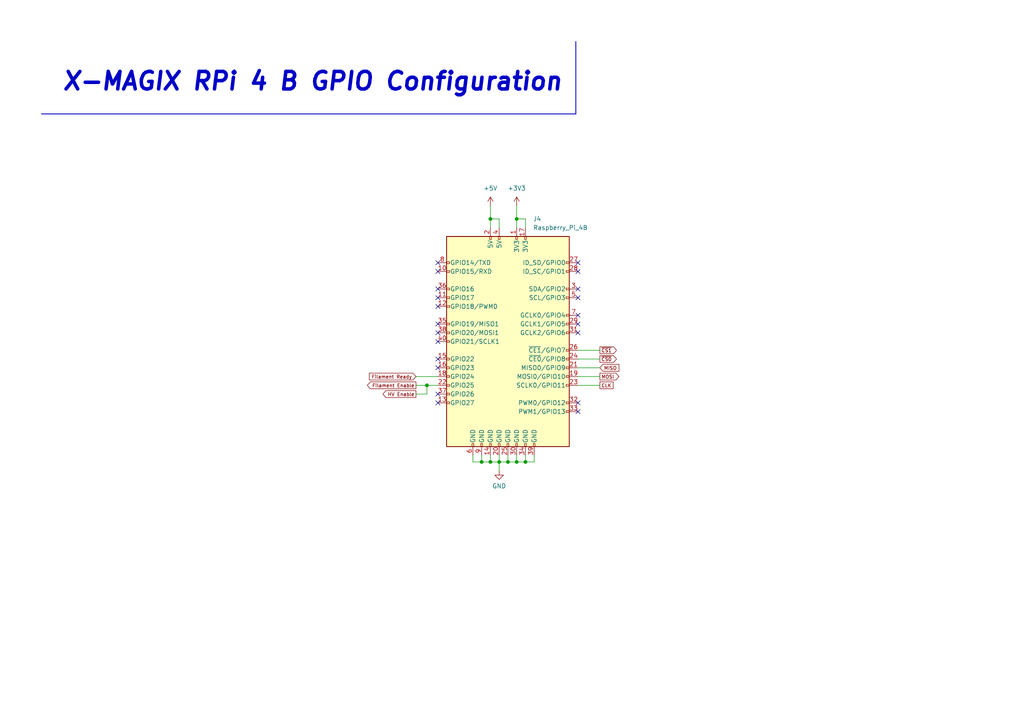
<source format=kicad_sch>
(kicad_sch (version 20230121) (generator eeschema)

  (uuid 46444e90-7476-4e96-accd-ae42bf549a63)

  (paper "A4")

  (title_block
    (title "X-MAGIX RPi 4 B GPIO Configuration")
    (date "2023-09-13")
    (rev "0")
    (company "RheinMain University of Applied Sciences")
    (comment 1 "by Dennis Hunter")
  )

  (lib_symbols
    (symbol "Connector:Raspberry_Pi_2_3" (pin_names (offset 1.016)) (in_bom yes) (on_board yes)
      (property "Reference" "J" (at -17.78 31.75 0)
        (effects (font (size 1.27 1.27)) (justify left bottom))
      )
      (property "Value" "Raspberry_Pi_2_3" (at 10.16 -31.75 0)
        (effects (font (size 1.27 1.27)) (justify left top))
      )
      (property "Footprint" "" (at 0 0 0)
        (effects (font (size 1.27 1.27)) hide)
      )
      (property "Datasheet" "https://www.raspberrypi.org/documentation/hardware/raspberrypi/schematics/rpi_SCH_3bplus_1p0_reduced.pdf" (at 0 0 0)
        (effects (font (size 1.27 1.27)) hide)
      )
      (property "ki_keywords" "raspberrypi gpio" (at 0 0 0)
        (effects (font (size 1.27 1.27)) hide)
      )
      (property "ki_description" "expansion header for Raspberry Pi 2 & 3" (at 0 0 0)
        (effects (font (size 1.27 1.27)) hide)
      )
      (property "ki_fp_filters" "PinHeader*2x20*P2.54mm*Vertical* PinSocket*2x20*P2.54mm*Vertical*" (at 0 0 0)
        (effects (font (size 1.27 1.27)) hide)
      )
      (symbol "Raspberry_Pi_2_3_0_1"
        (rectangle (start -17.78 30.48) (end 17.78 -30.48)
          (stroke (width 0.254) (type default))
          (fill (type background))
        )
      )
      (symbol "Raspberry_Pi_2_3_1_1"
        (rectangle (start -16.891 -17.526) (end -17.78 -18.034)
          (stroke (width 0) (type default))
          (fill (type none))
        )
        (rectangle (start -16.891 -14.986) (end -17.78 -15.494)
          (stroke (width 0) (type default))
          (fill (type none))
        )
        (rectangle (start -16.891 -12.446) (end -17.78 -12.954)
          (stroke (width 0) (type default))
          (fill (type none))
        )
        (rectangle (start -16.891 -9.906) (end -17.78 -10.414)
          (stroke (width 0) (type default))
          (fill (type none))
        )
        (rectangle (start -16.891 -7.366) (end -17.78 -7.874)
          (stroke (width 0) (type default))
          (fill (type none))
        )
        (rectangle (start -16.891 -4.826) (end -17.78 -5.334)
          (stroke (width 0) (type default))
          (fill (type none))
        )
        (rectangle (start -16.891 0.254) (end -17.78 -0.254)
          (stroke (width 0) (type default))
          (fill (type none))
        )
        (rectangle (start -16.891 2.794) (end -17.78 2.286)
          (stroke (width 0) (type default))
          (fill (type none))
        )
        (rectangle (start -16.891 5.334) (end -17.78 4.826)
          (stroke (width 0) (type default))
          (fill (type none))
        )
        (rectangle (start -16.891 10.414) (end -17.78 9.906)
          (stroke (width 0) (type default))
          (fill (type none))
        )
        (rectangle (start -16.891 12.954) (end -17.78 12.446)
          (stroke (width 0) (type default))
          (fill (type none))
        )
        (rectangle (start -16.891 15.494) (end -17.78 14.986)
          (stroke (width 0) (type default))
          (fill (type none))
        )
        (rectangle (start -16.891 20.574) (end -17.78 20.066)
          (stroke (width 0) (type default))
          (fill (type none))
        )
        (rectangle (start -16.891 23.114) (end -17.78 22.606)
          (stroke (width 0) (type default))
          (fill (type none))
        )
        (rectangle (start -10.414 -29.591) (end -9.906 -30.48)
          (stroke (width 0) (type default))
          (fill (type none))
        )
        (rectangle (start -7.874 -29.591) (end -7.366 -30.48)
          (stroke (width 0) (type default))
          (fill (type none))
        )
        (rectangle (start -5.334 -29.591) (end -4.826 -30.48)
          (stroke (width 0) (type default))
          (fill (type none))
        )
        (rectangle (start -5.334 30.48) (end -4.826 29.591)
          (stroke (width 0) (type default))
          (fill (type none))
        )
        (rectangle (start -2.794 -29.591) (end -2.286 -30.48)
          (stroke (width 0) (type default))
          (fill (type none))
        )
        (rectangle (start -2.794 30.48) (end -2.286 29.591)
          (stroke (width 0) (type default))
          (fill (type none))
        )
        (rectangle (start -0.254 -29.591) (end 0.254 -30.48)
          (stroke (width 0) (type default))
          (fill (type none))
        )
        (rectangle (start 2.286 -29.591) (end 2.794 -30.48)
          (stroke (width 0) (type default))
          (fill (type none))
        )
        (rectangle (start 2.286 30.48) (end 2.794 29.591)
          (stroke (width 0) (type default))
          (fill (type none))
        )
        (rectangle (start 4.826 -29.591) (end 5.334 -30.48)
          (stroke (width 0) (type default))
          (fill (type none))
        )
        (rectangle (start 4.826 30.48) (end 5.334 29.591)
          (stroke (width 0) (type default))
          (fill (type none))
        )
        (rectangle (start 7.366 -29.591) (end 7.874 -30.48)
          (stroke (width 0) (type default))
          (fill (type none))
        )
        (rectangle (start 17.78 -20.066) (end 16.891 -20.574)
          (stroke (width 0) (type default))
          (fill (type none))
        )
        (rectangle (start 17.78 -17.526) (end 16.891 -18.034)
          (stroke (width 0) (type default))
          (fill (type none))
        )
        (rectangle (start 17.78 -12.446) (end 16.891 -12.954)
          (stroke (width 0) (type default))
          (fill (type none))
        )
        (rectangle (start 17.78 -9.906) (end 16.891 -10.414)
          (stroke (width 0) (type default))
          (fill (type none))
        )
        (rectangle (start 17.78 -7.366) (end 16.891 -7.874)
          (stroke (width 0) (type default))
          (fill (type none))
        )
        (rectangle (start 17.78 -4.826) (end 16.891 -5.334)
          (stroke (width 0) (type default))
          (fill (type none))
        )
        (rectangle (start 17.78 -2.286) (end 16.891 -2.794)
          (stroke (width 0) (type default))
          (fill (type none))
        )
        (rectangle (start 17.78 2.794) (end 16.891 2.286)
          (stroke (width 0) (type default))
          (fill (type none))
        )
        (rectangle (start 17.78 5.334) (end 16.891 4.826)
          (stroke (width 0) (type default))
          (fill (type none))
        )
        (rectangle (start 17.78 7.874) (end 16.891 7.366)
          (stroke (width 0) (type default))
          (fill (type none))
        )
        (rectangle (start 17.78 12.954) (end 16.891 12.446)
          (stroke (width 0) (type default))
          (fill (type none))
        )
        (rectangle (start 17.78 15.494) (end 16.891 14.986)
          (stroke (width 0) (type default))
          (fill (type none))
        )
        (rectangle (start 17.78 20.574) (end 16.891 20.066)
          (stroke (width 0) (type default))
          (fill (type none))
        )
        (rectangle (start 17.78 23.114) (end 16.891 22.606)
          (stroke (width 0) (type default))
          (fill (type none))
        )
        (pin power_in line (at 2.54 33.02 270) (length 2.54)
          (name "3V3" (effects (font (size 1.27 1.27))))
          (number "1" (effects (font (size 1.27 1.27))))
        )
        (pin bidirectional line (at -20.32 20.32 0) (length 2.54)
          (name "GPIO15/RXD" (effects (font (size 1.27 1.27))))
          (number "10" (effects (font (size 1.27 1.27))))
        )
        (pin bidirectional line (at -20.32 12.7 0) (length 2.54)
          (name "GPIO17" (effects (font (size 1.27 1.27))))
          (number "11" (effects (font (size 1.27 1.27))))
        )
        (pin bidirectional line (at -20.32 10.16 0) (length 2.54)
          (name "GPIO18/PWM0" (effects (font (size 1.27 1.27))))
          (number "12" (effects (font (size 1.27 1.27))))
        )
        (pin bidirectional line (at -20.32 -17.78 0) (length 2.54)
          (name "GPIO27" (effects (font (size 1.27 1.27))))
          (number "13" (effects (font (size 1.27 1.27))))
        )
        (pin power_in line (at -5.08 -33.02 90) (length 2.54)
          (name "GND" (effects (font (size 1.27 1.27))))
          (number "14" (effects (font (size 1.27 1.27))))
        )
        (pin bidirectional line (at -20.32 -5.08 0) (length 2.54)
          (name "GPIO22" (effects (font (size 1.27 1.27))))
          (number "15" (effects (font (size 1.27 1.27))))
        )
        (pin bidirectional line (at -20.32 -7.62 0) (length 2.54)
          (name "GPIO23" (effects (font (size 1.27 1.27))))
          (number "16" (effects (font (size 1.27 1.27))))
        )
        (pin power_in line (at 5.08 33.02 270) (length 2.54)
          (name "3V3" (effects (font (size 1.27 1.27))))
          (number "17" (effects (font (size 1.27 1.27))))
        )
        (pin bidirectional line (at -20.32 -10.16 0) (length 2.54)
          (name "GPIO24" (effects (font (size 1.27 1.27))))
          (number "18" (effects (font (size 1.27 1.27))))
        )
        (pin bidirectional line (at 20.32 -10.16 180) (length 2.54)
          (name "MOSI0/GPIO10" (effects (font (size 1.27 1.27))))
          (number "19" (effects (font (size 1.27 1.27))))
        )
        (pin power_in line (at -5.08 33.02 270) (length 2.54)
          (name "5V" (effects (font (size 1.27 1.27))))
          (number "2" (effects (font (size 1.27 1.27))))
        )
        (pin power_in line (at -2.54 -33.02 90) (length 2.54)
          (name "GND" (effects (font (size 1.27 1.27))))
          (number "20" (effects (font (size 1.27 1.27))))
        )
        (pin bidirectional line (at 20.32 -7.62 180) (length 2.54)
          (name "MISO0/GPIO9" (effects (font (size 1.27 1.27))))
          (number "21" (effects (font (size 1.27 1.27))))
        )
        (pin bidirectional line (at -20.32 -12.7 0) (length 2.54)
          (name "GPIO25" (effects (font (size 1.27 1.27))))
          (number "22" (effects (font (size 1.27 1.27))))
        )
        (pin bidirectional line (at 20.32 -12.7 180) (length 2.54)
          (name "SCLK0/GPIO11" (effects (font (size 1.27 1.27))))
          (number "23" (effects (font (size 1.27 1.27))))
        )
        (pin bidirectional line (at 20.32 -5.08 180) (length 2.54)
          (name "~{CE0}/GPIO8" (effects (font (size 1.27 1.27))))
          (number "24" (effects (font (size 1.27 1.27))))
        )
        (pin power_in line (at 0 -33.02 90) (length 2.54)
          (name "GND" (effects (font (size 1.27 1.27))))
          (number "25" (effects (font (size 1.27 1.27))))
        )
        (pin bidirectional line (at 20.32 -2.54 180) (length 2.54)
          (name "~{CE1}/GPIO7" (effects (font (size 1.27 1.27))))
          (number "26" (effects (font (size 1.27 1.27))))
        )
        (pin bidirectional line (at 20.32 22.86 180) (length 2.54)
          (name "ID_SD/GPIO0" (effects (font (size 1.27 1.27))))
          (number "27" (effects (font (size 1.27 1.27))))
        )
        (pin bidirectional line (at 20.32 20.32 180) (length 2.54)
          (name "ID_SC/GPIO1" (effects (font (size 1.27 1.27))))
          (number "28" (effects (font (size 1.27 1.27))))
        )
        (pin bidirectional line (at 20.32 5.08 180) (length 2.54)
          (name "GCLK1/GPIO5" (effects (font (size 1.27 1.27))))
          (number "29" (effects (font (size 1.27 1.27))))
        )
        (pin bidirectional line (at 20.32 15.24 180) (length 2.54)
          (name "SDA/GPIO2" (effects (font (size 1.27 1.27))))
          (number "3" (effects (font (size 1.27 1.27))))
        )
        (pin power_in line (at 2.54 -33.02 90) (length 2.54)
          (name "GND" (effects (font (size 1.27 1.27))))
          (number "30" (effects (font (size 1.27 1.27))))
        )
        (pin bidirectional line (at 20.32 2.54 180) (length 2.54)
          (name "GCLK2/GPIO6" (effects (font (size 1.27 1.27))))
          (number "31" (effects (font (size 1.27 1.27))))
        )
        (pin bidirectional line (at 20.32 -17.78 180) (length 2.54)
          (name "PWM0/GPIO12" (effects (font (size 1.27 1.27))))
          (number "32" (effects (font (size 1.27 1.27))))
        )
        (pin bidirectional line (at 20.32 -20.32 180) (length 2.54)
          (name "PWM1/GPIO13" (effects (font (size 1.27 1.27))))
          (number "33" (effects (font (size 1.27 1.27))))
        )
        (pin power_in line (at 5.08 -33.02 90) (length 2.54)
          (name "GND" (effects (font (size 1.27 1.27))))
          (number "34" (effects (font (size 1.27 1.27))))
        )
        (pin bidirectional line (at -20.32 5.08 0) (length 2.54)
          (name "GPIO19/MISO1" (effects (font (size 1.27 1.27))))
          (number "35" (effects (font (size 1.27 1.27))))
        )
        (pin bidirectional line (at -20.32 15.24 0) (length 2.54)
          (name "GPIO16" (effects (font (size 1.27 1.27))))
          (number "36" (effects (font (size 1.27 1.27))))
        )
        (pin bidirectional line (at -20.32 -15.24 0) (length 2.54)
          (name "GPIO26" (effects (font (size 1.27 1.27))))
          (number "37" (effects (font (size 1.27 1.27))))
        )
        (pin bidirectional line (at -20.32 2.54 0) (length 2.54)
          (name "GPIO20/MOSI1" (effects (font (size 1.27 1.27))))
          (number "38" (effects (font (size 1.27 1.27))))
        )
        (pin power_in line (at 7.62 -33.02 90) (length 2.54)
          (name "GND" (effects (font (size 1.27 1.27))))
          (number "39" (effects (font (size 1.27 1.27))))
        )
        (pin power_in line (at -2.54 33.02 270) (length 2.54)
          (name "5V" (effects (font (size 1.27 1.27))))
          (number "4" (effects (font (size 1.27 1.27))))
        )
        (pin bidirectional line (at -20.32 0 0) (length 2.54)
          (name "GPIO21/SCLK1" (effects (font (size 1.27 1.27))))
          (number "40" (effects (font (size 1.27 1.27))))
        )
        (pin bidirectional line (at 20.32 12.7 180) (length 2.54)
          (name "SCL/GPIO3" (effects (font (size 1.27 1.27))))
          (number "5" (effects (font (size 1.27 1.27))))
        )
        (pin power_in line (at -10.16 -33.02 90) (length 2.54)
          (name "GND" (effects (font (size 1.27 1.27))))
          (number "6" (effects (font (size 1.27 1.27))))
        )
        (pin bidirectional line (at 20.32 7.62 180) (length 2.54)
          (name "GCLK0/GPIO4" (effects (font (size 1.27 1.27))))
          (number "7" (effects (font (size 1.27 1.27))))
        )
        (pin bidirectional line (at -20.32 22.86 0) (length 2.54)
          (name "GPIO14/TXD" (effects (font (size 1.27 1.27))))
          (number "8" (effects (font (size 1.27 1.27))))
        )
        (pin power_in line (at -7.62 -33.02 90) (length 2.54)
          (name "GND" (effects (font (size 1.27 1.27))))
          (number "9" (effects (font (size 1.27 1.27))))
        )
      )
    )
    (symbol "power:+3V3" (power) (pin_names (offset 0)) (in_bom yes) (on_board yes)
      (property "Reference" "#PWR" (at 0 -3.81 0)
        (effects (font (size 1.27 1.27)) hide)
      )
      (property "Value" "+3V3" (at 0 3.556 0)
        (effects (font (size 1.27 1.27)))
      )
      (property "Footprint" "" (at 0 0 0)
        (effects (font (size 1.27 1.27)) hide)
      )
      (property "Datasheet" "" (at 0 0 0)
        (effects (font (size 1.27 1.27)) hide)
      )
      (property "ki_keywords" "global power" (at 0 0 0)
        (effects (font (size 1.27 1.27)) hide)
      )
      (property "ki_description" "Power symbol creates a global label with name \"+3V3\"" (at 0 0 0)
        (effects (font (size 1.27 1.27)) hide)
      )
      (symbol "+3V3_0_1"
        (polyline
          (pts
            (xy -0.762 1.27)
            (xy 0 2.54)
          )
          (stroke (width 0) (type default))
          (fill (type none))
        )
        (polyline
          (pts
            (xy 0 0)
            (xy 0 2.54)
          )
          (stroke (width 0) (type default))
          (fill (type none))
        )
        (polyline
          (pts
            (xy 0 2.54)
            (xy 0.762 1.27)
          )
          (stroke (width 0) (type default))
          (fill (type none))
        )
      )
      (symbol "+3V3_1_1"
        (pin power_in line (at 0 0 90) (length 0) hide
          (name "+3V3" (effects (font (size 1.27 1.27))))
          (number "1" (effects (font (size 1.27 1.27))))
        )
      )
    )
    (symbol "power:+5V" (power) (pin_names (offset 0)) (in_bom yes) (on_board yes)
      (property "Reference" "#PWR" (at 0 -3.81 0)
        (effects (font (size 1.27 1.27)) hide)
      )
      (property "Value" "+5V" (at 0 3.556 0)
        (effects (font (size 1.27 1.27)))
      )
      (property "Footprint" "" (at 0 0 0)
        (effects (font (size 1.27 1.27)) hide)
      )
      (property "Datasheet" "" (at 0 0 0)
        (effects (font (size 1.27 1.27)) hide)
      )
      (property "ki_keywords" "global power" (at 0 0 0)
        (effects (font (size 1.27 1.27)) hide)
      )
      (property "ki_description" "Power symbol creates a global label with name \"+5V\"" (at 0 0 0)
        (effects (font (size 1.27 1.27)) hide)
      )
      (symbol "+5V_0_1"
        (polyline
          (pts
            (xy -0.762 1.27)
            (xy 0 2.54)
          )
          (stroke (width 0) (type default))
          (fill (type none))
        )
        (polyline
          (pts
            (xy 0 0)
            (xy 0 2.54)
          )
          (stroke (width 0) (type default))
          (fill (type none))
        )
        (polyline
          (pts
            (xy 0 2.54)
            (xy 0.762 1.27)
          )
          (stroke (width 0) (type default))
          (fill (type none))
        )
      )
      (symbol "+5V_1_1"
        (pin power_in line (at 0 0 90) (length 0) hide
          (name "+5V" (effects (font (size 1.27 1.27))))
          (number "1" (effects (font (size 1.27 1.27))))
        )
      )
    )
    (symbol "power:GND" (power) (pin_names (offset 0)) (in_bom yes) (on_board yes)
      (property "Reference" "#PWR" (at 0 -6.35 0)
        (effects (font (size 1.27 1.27)) hide)
      )
      (property "Value" "GND" (at 0 -3.81 0)
        (effects (font (size 1.27 1.27)))
      )
      (property "Footprint" "" (at 0 0 0)
        (effects (font (size 1.27 1.27)) hide)
      )
      (property "Datasheet" "" (at 0 0 0)
        (effects (font (size 1.27 1.27)) hide)
      )
      (property "ki_keywords" "global power" (at 0 0 0)
        (effects (font (size 1.27 1.27)) hide)
      )
      (property "ki_description" "Power symbol creates a global label with name \"GND\" , ground" (at 0 0 0)
        (effects (font (size 1.27 1.27)) hide)
      )
      (symbol "GND_0_1"
        (polyline
          (pts
            (xy 0 0)
            (xy 0 -1.27)
            (xy 1.27 -1.27)
            (xy 0 -2.54)
            (xy -1.27 -1.27)
            (xy 0 -1.27)
          )
          (stroke (width 0) (type default))
          (fill (type none))
        )
      )
      (symbol "GND_1_1"
        (pin power_in line (at 0 0 270) (length 0) hide
          (name "GND" (effects (font (size 1.27 1.27))))
          (number "1" (effects (font (size 1.27 1.27))))
        )
      )
    )
  )

  (junction (at 149.86 133.985) (diameter 0) (color 0 0 0 0)
    (uuid 32a26615-67ce-4df3-a03f-3f68ea09deda)
  )
  (junction (at 152.4 133.985) (diameter 0) (color 0 0 0 0)
    (uuid 33add094-1ef1-45c3-88a4-78dfbcbad918)
  )
  (junction (at 149.86 63.5) (diameter 0) (color 0 0 0 0)
    (uuid 6319060d-0a87-41c7-b389-b58205658fc1)
  )
  (junction (at 147.32 133.985) (diameter 0) (color 0 0 0 0)
    (uuid 65824556-2e8c-43a8-88ea-5473975a19b0)
  )
  (junction (at 139.7 133.985) (diameter 0) (color 0 0 0 0)
    (uuid 7cfc9f69-4862-4b00-9619-41d1fc8f19ec)
  )
  (junction (at 144.78 133.985) (diameter 0) (color 0 0 0 0)
    (uuid dcd9fbc5-5a27-4bdd-b16f-442eb102c393)
  )
  (junction (at 142.24 63.5) (diameter 0) (color 0 0 0 0)
    (uuid eb7dfd60-b4ec-4527-bf2a-b250fd44246d)
  )
  (junction (at 123.825 111.76) (diameter 0) (color 0 0 0 0)
    (uuid f27ce411-3ca5-43c1-9d6b-96ec9a24a916)
  )
  (junction (at 142.24 133.985) (diameter 0) (color 0 0 0 0)
    (uuid f373ddce-ad0b-4e5c-8a2f-26a35e636f52)
  )

  (no_connect (at 167.64 116.84) (uuid 038063b6-614b-493a-9bcf-718069d055e5))
  (no_connect (at 127 86.36) (uuid 0704065c-8848-45b4-b06a-10263ee609d7))
  (no_connect (at 127 114.3) (uuid 0c84adfb-8d1f-48d7-871f-717bc24cdaf5))
  (no_connect (at 127 106.68) (uuid 19f0e93c-551f-4a9f-9935-523d4e2ef5d6))
  (no_connect (at 167.64 93.98) (uuid 2f77e579-12b9-487c-a6b9-fc9803eeeb35))
  (no_connect (at 167.64 83.82) (uuid 4067420a-9bd6-4c2f-af44-7430e27e73e9))
  (no_connect (at 167.64 76.2) (uuid 4276819e-9c83-4bf9-96c5-436ad21c5d66))
  (no_connect (at 167.64 86.36) (uuid 4830a7ec-1538-46a9-9266-921d87912f5b))
  (no_connect (at 127 76.2) (uuid 4bf58771-ecdf-4a46-9ace-6ee49a81516a))
  (no_connect (at 127 83.82) (uuid 4c113bc8-9dbe-4402-ad36-48666af43b48))
  (no_connect (at 127 88.9) (uuid 4e376674-bb05-47fc-8e68-d50e8f86fa67))
  (no_connect (at 127 116.84) (uuid 4e446971-f06f-4bab-8345-264e51f6d399))
  (no_connect (at 127 99.06) (uuid 555ee0d4-e458-4976-a52e-244a64111d53))
  (no_connect (at 127 78.74) (uuid 5f5d0e73-61be-4962-b114-13639fc01d56))
  (no_connect (at 167.64 96.52) (uuid 71eb1656-28b9-4e64-8fc4-3d29cfb61031))
  (no_connect (at 127 96.52) (uuid 7a5fea7b-e233-4910-a2c9-0ea7370877ad))
  (no_connect (at 167.64 78.74) (uuid 856e6857-ad84-4afc-af32-8deb0815f3ed))
  (no_connect (at 167.64 91.44) (uuid 920768cc-546c-48b4-be71-d27a1245aec3))
  (no_connect (at 167.64 119.38) (uuid ae1b1459-c726-444a-8d78-85d69a42aeb4))
  (no_connect (at 127 104.14) (uuid cd3dfe23-fbb5-4b26-9713-da6440e7dbe7))
  (no_connect (at 127 93.98) (uuid deece1e5-ced8-4c2c-a91d-0852e2bfa3bb))

  (wire (pts (xy 142.24 63.5) (xy 142.24 66.04))
    (stroke (width 0) (type default))
    (uuid 089552ab-10f6-4580-86d5-8c7102b4912b)
  )
  (wire (pts (xy 144.78 133.985) (xy 147.32 133.985))
    (stroke (width 0) (type default))
    (uuid 0955cd93-fa70-4b16-a3d4-cc2f788f7ae0)
  )
  (wire (pts (xy 120.65 114.3) (xy 123.825 114.3))
    (stroke (width 0) (type default))
    (uuid 09aed979-d1cf-449b-a511-7b6ee2118d48)
  )
  (wire (pts (xy 167.64 111.76) (xy 173.99 111.76))
    (stroke (width 0) (type default))
    (uuid 0e19f193-98f5-4140-9ac2-c5744d8a2371)
  )
  (wire (pts (xy 167.64 104.14) (xy 173.99 104.14))
    (stroke (width 0) (type default))
    (uuid 1a9d7dfb-cf6c-4bf4-9ea0-0e266d6e6567)
  )
  (wire (pts (xy 149.86 59.69) (xy 149.86 63.5))
    (stroke (width 0) (type default))
    (uuid 3192c83e-d649-43fe-996a-ba0b0b8f57f6)
  )
  (wire (pts (xy 144.78 132.08) (xy 144.78 133.985))
    (stroke (width 0) (type default))
    (uuid 336bedb9-ae3a-446d-b5db-fad3e27f20f0)
  )
  (wire (pts (xy 149.86 132.08) (xy 149.86 133.985))
    (stroke (width 0) (type default))
    (uuid 3795d247-4de9-480e-bfca-a622c06fd8aa)
  )
  (wire (pts (xy 120.65 111.76) (xy 123.825 111.76))
    (stroke (width 0) (type default))
    (uuid 3e2909a6-7826-4d79-a2f1-2ccb4b9d551f)
  )
  (wire (pts (xy 167.64 106.68) (xy 173.99 106.68))
    (stroke (width 0) (type default))
    (uuid 42d80216-27f7-498d-9edf-d93a52edbe93)
  )
  (wire (pts (xy 123.825 111.76) (xy 123.825 114.3))
    (stroke (width 0) (type default))
    (uuid 48e611a9-b2c0-44dd-b9ff-101b419b1a91)
  )
  (wire (pts (xy 152.4 132.08) (xy 152.4 133.985))
    (stroke (width 0) (type default))
    (uuid 4cb34b75-5b7a-4ffc-891e-460745daefd3)
  )
  (wire (pts (xy 144.78 63.5) (xy 144.78 66.04))
    (stroke (width 0) (type default))
    (uuid 4f5ab62d-d064-4e07-b729-9fb3bec226ae)
  )
  (wire (pts (xy 139.7 133.985) (xy 142.24 133.985))
    (stroke (width 0) (type default))
    (uuid 573668ca-17b9-4f62-bc65-40b545e70f0e)
  )
  (wire (pts (xy 142.24 132.08) (xy 142.24 133.985))
    (stroke (width 0) (type default))
    (uuid 6a920ec9-7a5a-4da3-9c3f-de7dd0d5954c)
  )
  (polyline (pts (xy 12.065 33.032) (xy 167.005 33.032))
    (stroke (width 0.25) (type default))
    (uuid 9120d19e-6f52-4190-b607-8c629c0a32bb)
  )

  (wire (pts (xy 123.825 111.76) (xy 127 111.76))
    (stroke (width 0) (type default))
    (uuid 91af5593-b601-46de-9ea1-cc381b18a1cc)
  )
  (wire (pts (xy 167.64 101.6) (xy 173.99 101.6))
    (stroke (width 0) (type default))
    (uuid 9c1c2209-2531-4ad0-b1c2-91fe2b935e65)
  )
  (wire (pts (xy 152.4 63.5) (xy 152.4 66.04))
    (stroke (width 0) (type default))
    (uuid a41f3cd0-6375-434d-ae10-0e73d57a007b)
  )
  (wire (pts (xy 149.86 133.985) (xy 152.4 133.985))
    (stroke (width 0) (type default))
    (uuid a6f4e3d3-f444-486e-b828-6ea82168ae51)
  )
  (wire (pts (xy 144.78 133.985) (xy 144.78 136.525))
    (stroke (width 0) (type default))
    (uuid a9f7d494-7671-4869-b1b9-5e31a6aec815)
  )
  (wire (pts (xy 142.24 59.69) (xy 142.24 63.5))
    (stroke (width 0) (type default))
    (uuid b2c662e2-0e40-4325-a7e0-10e2c23ba4c3)
  )
  (wire (pts (xy 149.86 63.5) (xy 149.86 66.04))
    (stroke (width 0) (type default))
    (uuid b328e42c-0e0b-416e-822e-280515c7e9a5)
  )
  (wire (pts (xy 139.7 132.08) (xy 139.7 133.985))
    (stroke (width 0) (type default))
    (uuid b6828361-787a-4a39-abb9-5f78fb1cd57e)
  )
  (wire (pts (xy 147.32 132.08) (xy 147.32 133.985))
    (stroke (width 0) (type default))
    (uuid b6abb498-52b9-4dc1-8d15-75cd8e375a73)
  )
  (wire (pts (xy 154.94 132.08) (xy 154.94 133.985))
    (stroke (width 0) (type default))
    (uuid c0a36d8b-07b5-43ef-b586-ebba41ab7295)
  )
  (wire (pts (xy 152.4 133.985) (xy 154.94 133.985))
    (stroke (width 0) (type default))
    (uuid c2b523d8-1b0d-4764-92b0-12e580002010)
  )
  (wire (pts (xy 149.86 63.5) (xy 152.4 63.5))
    (stroke (width 0) (type default))
    (uuid c6786953-1436-4b32-881e-d8e653c66778)
  )
  (wire (pts (xy 167.64 109.22) (xy 173.99 109.22))
    (stroke (width 0) (type default))
    (uuid ce323a58-8516-4ee0-944c-aa4f73cffb00)
  )
  (wire (pts (xy 137.16 132.08) (xy 137.16 133.985))
    (stroke (width 0) (type default))
    (uuid dd00ad69-3739-4747-98ea-2b62d875543f)
  )
  (wire (pts (xy 137.16 133.985) (xy 139.7 133.985))
    (stroke (width 0) (type default))
    (uuid e80836c9-224e-49a3-9c36-34eaae133110)
  )
  (polyline (pts (xy 167.005 33.032) (xy 167.005 12.065))
    (stroke (width 0.25) (type default))
    (uuid e8eff190-662a-4ab3-afc5-5848b988d17e)
  )

  (wire (pts (xy 120.65 109.22) (xy 127 109.22))
    (stroke (width 0) (type default))
    (uuid eb49c775-bb04-4449-8a1f-0225c7f58e24)
  )
  (wire (pts (xy 142.24 133.985) (xy 144.78 133.985))
    (stroke (width 0) (type default))
    (uuid f3b9cc90-c71c-4173-aa04-a370e9ffe922)
  )
  (wire (pts (xy 147.32 133.985) (xy 149.86 133.985))
    (stroke (width 0) (type default))
    (uuid fa52fc56-5da9-456f-92e4-f51c4e20bb34)
  )
  (wire (pts (xy 142.24 63.5) (xy 144.78 63.5))
    (stroke (width 0) (type default))
    (uuid fd791157-2c8a-429e-a262-6b503a3168ff)
  )

  (text "X-MAGIX RPi 4 B GPIO Configuration" (at 17.7847 26.7224 0)
    (effects (font (size 5.08 5.08) (thickness 1.016) bold italic) (justify left bottom))
    (uuid 0f3dece2-c76a-4e06-9008-df10c92006a8)
  )

  (global_label "~{CS1}" (shape output) (at 173.99 101.6 0) (fields_autoplaced)
    (effects (font (size 1 1)) (justify left))
    (uuid 0eea7fc6-5277-4fe8-8411-605e5611db40)
    (property "Intersheetrefs" "${INTERSHEET_REFS}" (at 179.2451 101.6 0)
      (effects (font (size 1.27 1.27)) (justify left) hide)
    )
  )
  (global_label "~{CS0}" (shape output) (at 173.99 104.14 0) (fields_autoplaced)
    (effects (font (size 1 1)) (justify left))
    (uuid 34313544-d138-48c3-bc54-70c7c41d72ed)
    (property "Intersheetrefs" "${INTERSHEET_REFS}" (at 179.2451 104.14 0)
      (effects (font (size 1.27 1.27)) (justify left) hide)
    )
  )
  (global_label "Filament Ready" (shape input) (at 120.65 109.22 180) (fields_autoplaced)
    (effects (font (size 1 1)) (justify right))
    (uuid 35b580cf-ea47-473b-b8e3-ed0067042b6d)
    (property "Intersheetrefs" "${INTERSHEET_REFS}" (at 106.6807 109.22 0)
      (effects (font (size 1.27 1.27)) (justify right) hide)
    )
  )
  (global_label "CLK" (shape passive) (at 173.99 111.76 0) (fields_autoplaced)
    (effects (font (size 1 1)) (justify left))
    (uuid 3ad651b3-7518-4ba4-bb66-a6580bc1fa39)
    (property "Intersheetrefs" "${INTERSHEET_REFS}" (at 178.2748 111.76 0)
      (effects (font (size 1.27 1.27)) (justify left) hide)
    )
  )
  (global_label "MOSI" (shape output) (at 173.99 109.22 0) (fields_autoplaced)
    (effects (font (size 1 1)) (justify left))
    (uuid 53dc8f9d-0af0-4728-ab5b-b1d91f26a860)
    (property "Intersheetrefs" "${INTERSHEET_REFS}" (at 179.9594 109.22 0)
      (effects (font (size 1.27 1.27)) (justify left) hide)
    )
  )
  (global_label "HV Enable" (shape output) (at 120.65 114.3 180) (fields_autoplaced)
    (effects (font (size 1 1)) (justify right))
    (uuid de072b8e-6c6d-42f7-8278-6f1619d63ae7)
    (property "Intersheetrefs" "${INTERSHEET_REFS}" (at 110.633 114.3 0)
      (effects (font (size 1.27 1.27)) (justify right) hide)
    )
  )
  (global_label "MISO" (shape input) (at 173.99 106.68 0) (fields_autoplaced)
    (effects (font (size 1 1)) (justify left))
    (uuid f49097b3-a75a-4d89-8766-e708ee95ecbf)
    (property "Intersheetrefs" "${INTERSHEET_REFS}" (at 179.9594 106.68 0)
      (effects (font (size 1.27 1.27)) (justify left) hide)
    )
  )
  (global_label "Filament Enable" (shape output) (at 120.65 111.76 180) (fields_autoplaced)
    (effects (font (size 1 1)) (justify right))
    (uuid fa6e72d9-4dec-40e0-b1c8-0071181ce8dd)
    (property "Intersheetrefs" "${INTERSHEET_REFS}" (at 106.1092 111.76 0)
      (effects (font (size 1.27 1.27)) (justify right) hide)
    )
  )

  (symbol (lib_id "power:GND") (at 144.78 136.525 0) (unit 1)
    (in_bom yes) (on_board yes) (dnp no) (fields_autoplaced)
    (uuid 2392ccfd-f345-461e-95d5-6264d643bd87)
    (property "Reference" "#PWR09" (at 144.78 142.875 0)
      (effects (font (size 1.27 1.27)) hide)
    )
    (property "Value" "GND" (at 144.78 140.97 0)
      (effects (font (size 1.27 1.27)))
    )
    (property "Footprint" "" (at 144.78 136.525 0)
      (effects (font (size 1.27 1.27)) hide)
    )
    (property "Datasheet" "" (at 144.78 136.525 0)
      (effects (font (size 1.27 1.27)) hide)
    )
    (pin "1" (uuid 170d8d4c-7e9f-41f3-bbcb-02649b81c72e))
    (instances
      (project "xmagix_peripherals"
        (path "/38b26eea-f38c-484f-9bac-db518f332ae0/56f498bc-fd09-4aed-a4f0-1abbb2dcfbbb"
          (reference "#PWR09") (unit 1)
        )
      )
    )
  )

  (symbol (lib_id "power:+3V3") (at 149.86 59.69 0) (unit 1)
    (in_bom yes) (on_board yes) (dnp no) (fields_autoplaced)
    (uuid 23b826c3-6869-4aa8-88a8-fa5d2a8f3b7b)
    (property "Reference" "#PWR027" (at 149.86 63.5 0)
      (effects (font (size 1.27 1.27)) hide)
    )
    (property "Value" "+3V3" (at 149.86 54.61 0)
      (effects (font (size 1.27 1.27)))
    )
    (property "Footprint" "" (at 149.86 59.69 0)
      (effects (font (size 1.27 1.27)) hide)
    )
    (property "Datasheet" "" (at 149.86 59.69 0)
      (effects (font (size 1.27 1.27)) hide)
    )
    (pin "1" (uuid 84b7cd69-74d5-4919-9b68-75f6a6e99e18))
    (instances
      (project "xmagix_peripherals"
        (path "/38b26eea-f38c-484f-9bac-db518f332ae0/56f498bc-fd09-4aed-a4f0-1abbb2dcfbbb"
          (reference "#PWR027") (unit 1)
        )
      )
    )
  )

  (symbol (lib_id "Connector:Raspberry_Pi_2_3") (at 147.32 99.06 0) (unit 1)
    (in_bom yes) (on_board yes) (dnp no) (fields_autoplaced)
    (uuid 29999c0b-106b-4b81-9d2a-81babdd74fbf)
    (property "Reference" "J4" (at 154.5941 63.5 0)
      (effects (font (size 1.27 1.27)) (justify left))
    )
    (property "Value" "Raspberry_Pi_4B" (at 154.5941 66.04 0)
      (effects (font (size 1.27 1.27)) (justify left))
    )
    (property "Footprint" "" (at 147.32 99.06 0)
      (effects (font (size 1.27 1.27)) hide)
    )
    (property "Datasheet" "https://www.raspberrypi.org/documentation/hardware/raspberrypi/schematics/rpi_SCH_3bplus_1p0_reduced.pdf" (at 147.32 99.06 0)
      (effects (font (size 1.27 1.27)) hide)
    )
    (pin "1" (uuid 06600145-0aef-4bac-a993-2156e0b04379))
    (pin "10" (uuid ccd806ae-a268-47ba-bddd-4cf14ddf521f))
    (pin "11" (uuid b04f12a3-7dda-4a9b-9dfc-b6355e61c7a6))
    (pin "12" (uuid 8b6465da-7ef4-44e7-bddd-70b35def09d0))
    (pin "13" (uuid f6ab147a-d51f-4cc4-8a0d-5787bee71f9e))
    (pin "14" (uuid 2822117a-c030-4308-b3a0-bc89fcd28f2a))
    (pin "15" (uuid 4f09bb96-5c66-43cc-9161-22a39c491047))
    (pin "16" (uuid 037211e5-e75c-421d-adc1-dc620649d8a3))
    (pin "17" (uuid ab5ea142-4eb1-4d1d-b863-b65d1b2c0b56))
    (pin "18" (uuid 0923e89b-81a1-49a9-8121-817c957fd6d5))
    (pin "19" (uuid ee2bea65-2e56-43f2-b040-b9bcf72513bd))
    (pin "2" (uuid e5443348-99f9-4dcf-b239-dae403461e88))
    (pin "20" (uuid 186253e6-15c4-4586-a7f3-a56dda9672cd))
    (pin "21" (uuid f9e85323-7028-4faf-b8f8-31673e31d182))
    (pin "22" (uuid 8c6f004f-7640-4a06-a575-afa36a56ebbe))
    (pin "23" (uuid 718a8654-fbf4-4341-add9-3bf41ec775b9))
    (pin "24" (uuid 19698e08-f372-43c5-a623-4b39051612b2))
    (pin "25" (uuid f6e845eb-28fd-4371-ab7c-bd08b4436082))
    (pin "26" (uuid f8859730-8d7c-4a62-b340-bb58570cb6bd))
    (pin "27" (uuid 7bcaf88d-37d5-475e-98b1-4dac31af8c07))
    (pin "28" (uuid 248fd77d-b816-4a60-9323-f0e556ab2811))
    (pin "29" (uuid d655c387-79b8-418c-9ade-5bde439bdd2f))
    (pin "3" (uuid dcba67bc-f967-43ac-81ff-62502d8cb4a0))
    (pin "30" (uuid 27384e93-7ad2-41e3-b9fd-bffa6bafff82))
    (pin "31" (uuid a1485536-24ab-4c5d-af0e-382cffc187a6))
    (pin "32" (uuid d4262f90-fc85-43ba-914c-e5e8524dcb15))
    (pin "33" (uuid 3b5d8c01-7df5-4f2e-8042-37299b64321f))
    (pin "34" (uuid 2d4b958c-7da0-4922-905d-1bfbe0cf1fcc))
    (pin "35" (uuid 7bedcbe2-ad1d-4e77-8101-4fd670335591))
    (pin "36" (uuid cf8cdf0d-bdea-47b2-a21a-b67a1d4dff71))
    (pin "37" (uuid 17b8da11-e2e5-41b9-b794-00fca0b94b44))
    (pin "38" (uuid c51969df-d736-48e0-beca-98eb5c11f686))
    (pin "39" (uuid a932259d-c7b0-41a7-bf7e-854529df49d1))
    (pin "4" (uuid 3990166f-c2ef-4cda-a9e7-3780330bec70))
    (pin "40" (uuid 5a1f7522-aa3b-4913-bbab-88ebd28305e5))
    (pin "5" (uuid 01244c46-2e08-4a68-a9f5-a7d1f2ab822c))
    (pin "6" (uuid 2589bfd9-8d28-4059-91bf-f63b459d0fe3))
    (pin "7" (uuid 94a1051a-d51c-4d51-9e80-b7d1d159bf86))
    (pin "8" (uuid 18f05a0d-3407-4c5f-a24f-3a05f4856dbd))
    (pin "9" (uuid 377864f9-4089-46c0-acc9-da9cbd20c977))
    (instances
      (project "xmagix_peripherals"
        (path "/38b26eea-f38c-484f-9bac-db518f332ae0/56f498bc-fd09-4aed-a4f0-1abbb2dcfbbb"
          (reference "J4") (unit 1)
        )
      )
    )
  )

  (symbol (lib_id "power:+5V") (at 142.24 59.69 0) (unit 1)
    (in_bom yes) (on_board yes) (dnp no) (fields_autoplaced)
    (uuid 8f1d00c8-f03c-4500-ae1d-2a409ac25b57)
    (property "Reference" "#PWR010" (at 142.24 63.5 0)
      (effects (font (size 1.27 1.27)) hide)
    )
    (property "Value" "+5V" (at 142.24 54.61 0)
      (effects (font (size 1.27 1.27)))
    )
    (property "Footprint" "" (at 142.24 59.69 0)
      (effects (font (size 1.27 1.27)) hide)
    )
    (property "Datasheet" "" (at 142.24 59.69 0)
      (effects (font (size 1.27 1.27)) hide)
    )
    (pin "1" (uuid 2d9057c2-77f5-467f-b42f-7d3de2f04894))
    (instances
      (project "xmagix_peripherals"
        (path "/38b26eea-f38c-484f-9bac-db518f332ae0/56f498bc-fd09-4aed-a4f0-1abbb2dcfbbb"
          (reference "#PWR010") (unit 1)
        )
      )
    )
  )
)

</source>
